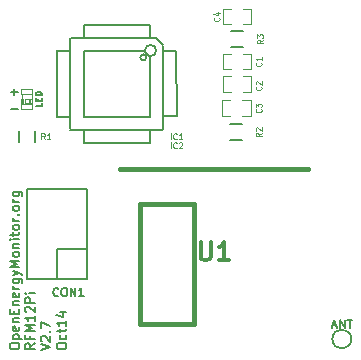
<source format=gbr>
%FSLAX46Y46*%
G04 Gerber Fmt 4.6, Leading zero omitted, Abs format (unit mm)*
G04 Created by KiCad (PCBNEW (2014-jul-16 BZR unknown)-product) date Wed 29 Oct 2014 15:34:50 GMT*
%MOMM*%
G01*
G04 APERTURE LIST*
%ADD10C,0.100000*%
%ADD11C,0.175000*%
%ADD12C,0.200000*%
%ADD13C,0.381000*%
%ADD14C,0.119380*%
%ADD15C,0.066040*%
%ADD16C,0.101600*%
%ADD17C,0.152400*%
%ADD18C,0.127000*%
%ADD19C,0.150000*%
%ADD20C,0.304800*%
%ADD21C,0.114300*%
%ADD22C,0.125000*%
G04 APERTURE END LIST*
D10*
D11*
X139649334Y-102422000D02*
X140182667Y-102422000D01*
X139649334Y-101025000D02*
X140182667Y-101025000D01*
X139916000Y-101291667D02*
X139916000Y-100758333D01*
D12*
X139529905Y-122603143D02*
X139529905Y-122450762D01*
X139568000Y-122374571D01*
X139644190Y-122298381D01*
X139796571Y-122260286D01*
X140063238Y-122260286D01*
X140215619Y-122298381D01*
X140291810Y-122374571D01*
X140329905Y-122450762D01*
X140329905Y-122603143D01*
X140291810Y-122679333D01*
X140215619Y-122755524D01*
X140063238Y-122793619D01*
X139796571Y-122793619D01*
X139644190Y-122755524D01*
X139568000Y-122679333D01*
X139529905Y-122603143D01*
X139796571Y-121917429D02*
X140596571Y-121917429D01*
X139834667Y-121917429D02*
X139796571Y-121841238D01*
X139796571Y-121688857D01*
X139834667Y-121612667D01*
X139872762Y-121574572D01*
X139948952Y-121536476D01*
X140177524Y-121536476D01*
X140253714Y-121574572D01*
X140291810Y-121612667D01*
X140329905Y-121688857D01*
X140329905Y-121841238D01*
X140291810Y-121917429D01*
X140291810Y-120888857D02*
X140329905Y-120965047D01*
X140329905Y-121117428D01*
X140291810Y-121193619D01*
X140215619Y-121231714D01*
X139910857Y-121231714D01*
X139834667Y-121193619D01*
X139796571Y-121117428D01*
X139796571Y-120965047D01*
X139834667Y-120888857D01*
X139910857Y-120850762D01*
X139987048Y-120850762D01*
X140063238Y-121231714D01*
X139796571Y-120507905D02*
X140329905Y-120507905D01*
X139872762Y-120507905D02*
X139834667Y-120469810D01*
X139796571Y-120393619D01*
X139796571Y-120279333D01*
X139834667Y-120203143D01*
X139910857Y-120165048D01*
X140329905Y-120165048D01*
X139910857Y-119784095D02*
X139910857Y-119517428D01*
X140329905Y-119403142D02*
X140329905Y-119784095D01*
X139529905Y-119784095D01*
X139529905Y-119403142D01*
X139796571Y-119060285D02*
X140329905Y-119060285D01*
X139872762Y-119060285D02*
X139834667Y-119022190D01*
X139796571Y-118945999D01*
X139796571Y-118831713D01*
X139834667Y-118755523D01*
X139910857Y-118717428D01*
X140329905Y-118717428D01*
X140291810Y-118031713D02*
X140329905Y-118107903D01*
X140329905Y-118260284D01*
X140291810Y-118336475D01*
X140215619Y-118374570D01*
X139910857Y-118374570D01*
X139834667Y-118336475D01*
X139796571Y-118260284D01*
X139796571Y-118107903D01*
X139834667Y-118031713D01*
X139910857Y-117993618D01*
X139987048Y-117993618D01*
X140063238Y-118374570D01*
X140329905Y-117650761D02*
X139796571Y-117650761D01*
X139948952Y-117650761D02*
X139872762Y-117612666D01*
X139834667Y-117574570D01*
X139796571Y-117498380D01*
X139796571Y-117422189D01*
X139796571Y-116812666D02*
X140444190Y-116812666D01*
X140520381Y-116850761D01*
X140558476Y-116888856D01*
X140596571Y-116965047D01*
X140596571Y-117079332D01*
X140558476Y-117155523D01*
X140291810Y-116812666D02*
X140329905Y-116888856D01*
X140329905Y-117041237D01*
X140291810Y-117117428D01*
X140253714Y-117155523D01*
X140177524Y-117193618D01*
X139948952Y-117193618D01*
X139872762Y-117155523D01*
X139834667Y-117117428D01*
X139796571Y-117041237D01*
X139796571Y-116888856D01*
X139834667Y-116812666D01*
X139796571Y-116507903D02*
X140329905Y-116317427D01*
X139796571Y-116126951D02*
X140329905Y-116317427D01*
X140520381Y-116393618D01*
X140558476Y-116431713D01*
X140596571Y-116507903D01*
X140329905Y-115822189D02*
X139529905Y-115822189D01*
X140101333Y-115555522D01*
X139529905Y-115288855D01*
X140329905Y-115288855D01*
X140329905Y-114793617D02*
X140291810Y-114869808D01*
X140253714Y-114907903D01*
X140177524Y-114945998D01*
X139948952Y-114945998D01*
X139872762Y-114907903D01*
X139834667Y-114869808D01*
X139796571Y-114793617D01*
X139796571Y-114679331D01*
X139834667Y-114603141D01*
X139872762Y-114565046D01*
X139948952Y-114526950D01*
X140177524Y-114526950D01*
X140253714Y-114565046D01*
X140291810Y-114603141D01*
X140329905Y-114679331D01*
X140329905Y-114793617D01*
X139796571Y-114184093D02*
X140329905Y-114184093D01*
X139872762Y-114184093D02*
X139834667Y-114145998D01*
X139796571Y-114069807D01*
X139796571Y-113955521D01*
X139834667Y-113879331D01*
X139910857Y-113841236D01*
X140329905Y-113841236D01*
X140329905Y-113460283D02*
X139796571Y-113460283D01*
X139529905Y-113460283D02*
X139568000Y-113498378D01*
X139606095Y-113460283D01*
X139568000Y-113422188D01*
X139529905Y-113460283D01*
X139606095Y-113460283D01*
X139796571Y-113193617D02*
X139796571Y-112888855D01*
X139529905Y-113079331D02*
X140215619Y-113079331D01*
X140291810Y-113041236D01*
X140329905Y-112965045D01*
X140329905Y-112888855D01*
X140329905Y-112507902D02*
X140291810Y-112584093D01*
X140253714Y-112622188D01*
X140177524Y-112660283D01*
X139948952Y-112660283D01*
X139872762Y-112622188D01*
X139834667Y-112584093D01*
X139796571Y-112507902D01*
X139796571Y-112393616D01*
X139834667Y-112317426D01*
X139872762Y-112279331D01*
X139948952Y-112241235D01*
X140177524Y-112241235D01*
X140253714Y-112279331D01*
X140291810Y-112317426D01*
X140329905Y-112393616D01*
X140329905Y-112507902D01*
X140329905Y-111898378D02*
X139796571Y-111898378D01*
X139948952Y-111898378D02*
X139872762Y-111860283D01*
X139834667Y-111822187D01*
X139796571Y-111745997D01*
X139796571Y-111669806D01*
X140253714Y-111403140D02*
X140291810Y-111365045D01*
X140329905Y-111403140D01*
X140291810Y-111441235D01*
X140253714Y-111403140D01*
X140329905Y-111403140D01*
X140329905Y-110907902D02*
X140291810Y-110984093D01*
X140253714Y-111022188D01*
X140177524Y-111060283D01*
X139948952Y-111060283D01*
X139872762Y-111022188D01*
X139834667Y-110984093D01*
X139796571Y-110907902D01*
X139796571Y-110793616D01*
X139834667Y-110717426D01*
X139872762Y-110679331D01*
X139948952Y-110641235D01*
X140177524Y-110641235D01*
X140253714Y-110679331D01*
X140291810Y-110717426D01*
X140329905Y-110793616D01*
X140329905Y-110907902D01*
X140329905Y-110298378D02*
X139796571Y-110298378D01*
X139948952Y-110298378D02*
X139872762Y-110260283D01*
X139834667Y-110222187D01*
X139796571Y-110145997D01*
X139796571Y-110069806D01*
X139796571Y-109460283D02*
X140444190Y-109460283D01*
X140520381Y-109498378D01*
X140558476Y-109536473D01*
X140596571Y-109612664D01*
X140596571Y-109726949D01*
X140558476Y-109803140D01*
X140291810Y-109460283D02*
X140329905Y-109536473D01*
X140329905Y-109688854D01*
X140291810Y-109765045D01*
X140253714Y-109803140D01*
X140177524Y-109841235D01*
X139948952Y-109841235D01*
X139872762Y-109803140D01*
X139834667Y-109765045D01*
X139796571Y-109688854D01*
X139796571Y-109536473D01*
X139834667Y-109460283D01*
X141649905Y-122298381D02*
X141268952Y-122565048D01*
X141649905Y-122755524D02*
X140849905Y-122755524D01*
X140849905Y-122450762D01*
X140888000Y-122374571D01*
X140926095Y-122336476D01*
X141002286Y-122298381D01*
X141116571Y-122298381D01*
X141192762Y-122336476D01*
X141230857Y-122374571D01*
X141268952Y-122450762D01*
X141268952Y-122755524D01*
X141230857Y-121688857D02*
X141230857Y-121955524D01*
X141649905Y-121955524D02*
X140849905Y-121955524D01*
X140849905Y-121574571D01*
X141649905Y-121269810D02*
X140849905Y-121269810D01*
X141421333Y-121003143D01*
X140849905Y-120736476D01*
X141649905Y-120736476D01*
X141649905Y-119936476D02*
X141649905Y-120393619D01*
X141649905Y-120165048D02*
X140849905Y-120165048D01*
X140964190Y-120241238D01*
X141040381Y-120317429D01*
X141078476Y-120393619D01*
X140926095Y-119631714D02*
X140888000Y-119593619D01*
X140849905Y-119517428D01*
X140849905Y-119326952D01*
X140888000Y-119250762D01*
X140926095Y-119212666D01*
X141002286Y-119174571D01*
X141078476Y-119174571D01*
X141192762Y-119212666D01*
X141649905Y-119669809D01*
X141649905Y-119174571D01*
X141649905Y-118831714D02*
X140849905Y-118831714D01*
X140849905Y-118526952D01*
X140888000Y-118450761D01*
X140926095Y-118412666D01*
X141002286Y-118374571D01*
X141116571Y-118374571D01*
X141192762Y-118412666D01*
X141230857Y-118450761D01*
X141268952Y-118526952D01*
X141268952Y-118831714D01*
X141649905Y-118031714D02*
X141116571Y-118031714D01*
X140849905Y-118031714D02*
X140888000Y-118069809D01*
X140926095Y-118031714D01*
X140888000Y-117993619D01*
X140849905Y-118031714D01*
X140926095Y-118031714D01*
X142169905Y-122869810D02*
X142969905Y-122603143D01*
X142169905Y-122336476D01*
X142246095Y-122107905D02*
X142208000Y-122069810D01*
X142169905Y-121993619D01*
X142169905Y-121803143D01*
X142208000Y-121726953D01*
X142246095Y-121688857D01*
X142322286Y-121650762D01*
X142398476Y-121650762D01*
X142512762Y-121688857D01*
X142969905Y-122146000D01*
X142969905Y-121650762D01*
X142893714Y-121307905D02*
X142931810Y-121269810D01*
X142969905Y-121307905D01*
X142931810Y-121346000D01*
X142893714Y-121307905D01*
X142969905Y-121307905D01*
X142169905Y-121003143D02*
X142169905Y-120469810D01*
X142969905Y-120812667D01*
X143489905Y-122603143D02*
X143489905Y-122450762D01*
X143528000Y-122374571D01*
X143604190Y-122298381D01*
X143756571Y-122260286D01*
X144023238Y-122260286D01*
X144175619Y-122298381D01*
X144251810Y-122374571D01*
X144289905Y-122450762D01*
X144289905Y-122603143D01*
X144251810Y-122679333D01*
X144175619Y-122755524D01*
X144023238Y-122793619D01*
X143756571Y-122793619D01*
X143604190Y-122755524D01*
X143528000Y-122679333D01*
X143489905Y-122603143D01*
X144251810Y-121574572D02*
X144289905Y-121650762D01*
X144289905Y-121803143D01*
X144251810Y-121879334D01*
X144213714Y-121917429D01*
X144137524Y-121955524D01*
X143908952Y-121955524D01*
X143832762Y-121917429D01*
X143794667Y-121879334D01*
X143756571Y-121803143D01*
X143756571Y-121650762D01*
X143794667Y-121574572D01*
X143756571Y-121346001D02*
X143756571Y-121041239D01*
X143489905Y-121231715D02*
X144175619Y-121231715D01*
X144251810Y-121193620D01*
X144289905Y-121117429D01*
X144289905Y-121041239D01*
X144289905Y-120355524D02*
X144289905Y-120812667D01*
X144289905Y-120584096D02*
X143489905Y-120584096D01*
X143604190Y-120660286D01*
X143680381Y-120736477D01*
X143718476Y-120812667D01*
X143756571Y-119669810D02*
X144289905Y-119669810D01*
X143451810Y-119860286D02*
X144023238Y-120050762D01*
X144023238Y-119555524D01*
D13*
X150545800Y-120670320D02*
X150545800Y-110469680D01*
X150545800Y-110469680D02*
X155145740Y-110469680D01*
X155145740Y-110469680D02*
X155145740Y-120670320D01*
X155145740Y-120670320D02*
X150545800Y-120670320D01*
X148894800Y-107520740D02*
X164795200Y-107520740D01*
D14*
X158249620Y-97774760D02*
X157551120Y-97774760D01*
X159250380Y-97774760D02*
X159948880Y-97774760D01*
X158249620Y-99075240D02*
X157551120Y-99075240D01*
X159948880Y-99075240D02*
X159250380Y-99075240D01*
X157551120Y-99060000D02*
X157551120Y-97790000D01*
X159948880Y-97790000D02*
X159948880Y-99060000D01*
X159250380Y-100980240D02*
X159948880Y-100980240D01*
X158249620Y-100980240D02*
X157551120Y-100980240D01*
X159250380Y-99679760D02*
X159948880Y-99679760D01*
X157551120Y-99679760D02*
X158249620Y-99679760D01*
X159948880Y-99695000D02*
X159948880Y-100965000D01*
X157551120Y-100965000D02*
X157551120Y-99695000D01*
X159212380Y-103022240D02*
X159910880Y-103022240D01*
X158211620Y-103022240D02*
X157513120Y-103022240D01*
X159212380Y-101721760D02*
X159910880Y-101721760D01*
X157513120Y-101721760D02*
X158211620Y-101721760D01*
X159910880Y-101737000D02*
X159910880Y-103007000D01*
X157513120Y-103007000D02*
X157513120Y-101737000D01*
X159250380Y-95265240D02*
X159948880Y-95265240D01*
X158249620Y-95265240D02*
X157551120Y-95265240D01*
X159250380Y-93964760D02*
X159948880Y-93964760D01*
X157551120Y-93964760D02*
X158249620Y-93964760D01*
X159948880Y-93980000D02*
X159948880Y-95250000D01*
X157551120Y-95250000D02*
X157551120Y-93980000D01*
D15*
X141419580Y-102049580D02*
X140520420Y-102049580D01*
X140520420Y-102049580D02*
X140520420Y-102448360D01*
X141419580Y-102448360D02*
X140520420Y-102448360D01*
X141419580Y-102049580D02*
X141419580Y-102448360D01*
X141419580Y-100751640D02*
X140520420Y-100751640D01*
X140520420Y-100751640D02*
X140520420Y-101150420D01*
X141419580Y-101150420D02*
X140520420Y-101150420D01*
X141419580Y-100751640D02*
X141419580Y-101150420D01*
X141419580Y-101600000D02*
X141269720Y-101600000D01*
X141269720Y-101600000D02*
X141269720Y-101899720D01*
X141419580Y-101899720D02*
X141269720Y-101899720D01*
X141419580Y-101600000D02*
X141419580Y-101899720D01*
X140670280Y-101600000D02*
X140520420Y-101600000D01*
X140520420Y-101600000D02*
X140520420Y-101899720D01*
X140670280Y-101899720D02*
X140520420Y-101899720D01*
X140670280Y-101600000D02*
X140670280Y-101899720D01*
X141119860Y-101600000D02*
X140820140Y-101600000D01*
X140820140Y-101600000D02*
X140820140Y-101899720D01*
X141119860Y-101899720D02*
X140820140Y-101899720D01*
X141119860Y-101600000D02*
X141119860Y-101899720D01*
D16*
X141368780Y-102049580D02*
X141368780Y-101150420D01*
X140571220Y-102049580D02*
X140571220Y-101150420D01*
D17*
X145821400Y-105359200D02*
X145821400Y-104216200D01*
X151358600Y-105359200D02*
X151358600Y-104241600D01*
X145821400Y-105359200D02*
X151358600Y-105359200D01*
X144627600Y-103124000D02*
X143535400Y-103124000D01*
X144602200Y-97510600D02*
X143535400Y-97510600D01*
X143535400Y-97485200D02*
X143510000Y-103124000D01*
X153619200Y-97536000D02*
X153644600Y-103047800D01*
X151866600Y-96443800D02*
X144678400Y-96443800D01*
X153619200Y-103073200D02*
X152577800Y-103073200D01*
X152476200Y-97078800D02*
X152476200Y-104140000D01*
X144653000Y-104190800D02*
X152374600Y-104190800D01*
X144653000Y-96443800D02*
X144653000Y-104063800D01*
X151434800Y-95300800D02*
X145796000Y-95300800D01*
X145796000Y-95300800D02*
X145796000Y-96443800D01*
X151892000Y-96453960D02*
X152476200Y-97038160D01*
X151434800Y-95305880D02*
X151434800Y-96453960D01*
X152476200Y-97536000D02*
X153624280Y-97536000D01*
X151929286Y-97490280D02*
G75*
G03X151929286Y-97490280I-479246J0D01*
G01*
D18*
X145796000Y-103124000D02*
X145796000Y-97536000D01*
X145796000Y-97536000D02*
X145923000Y-97536000D01*
X151384000Y-98044000D02*
X151384000Y-103124000D01*
X151384000Y-103124000D02*
X145796000Y-103124000D01*
X145923000Y-97536000D02*
X150876000Y-97536000D01*
X150876000Y-97536000D02*
X151384000Y-98044000D01*
D17*
X151094440Y-98077020D02*
G75*
G03X151094440Y-98077020I-251460J0D01*
G01*
D19*
X140295000Y-105275000D02*
X140295000Y-104275000D01*
X141645000Y-104275000D02*
X141645000Y-105275000D01*
X159212000Y-105079000D02*
X158212000Y-105079000D01*
X158212000Y-103729000D02*
X159212000Y-103729000D01*
X159250000Y-97195000D02*
X158250000Y-97195000D01*
X158250000Y-95845000D02*
X159250000Y-95845000D01*
X143510000Y-116840000D02*
X143510000Y-114300000D01*
X143510000Y-114300000D02*
X146050000Y-114300000D01*
X146050000Y-116840000D02*
X146050000Y-109220000D01*
X146050000Y-109220000D02*
X140970000Y-109220000D01*
X140970000Y-109220000D02*
X140970000Y-114300000D01*
X146050000Y-116840000D02*
X143510000Y-116840000D01*
X140970000Y-116840000D02*
X143510000Y-116840000D01*
X140970000Y-114300000D02*
X140970000Y-116840000D01*
D18*
X168443219Y-121920000D02*
G75*
G03X168443219Y-121920000I-803219J0D01*
G01*
D20*
X155683857Y-113734669D02*
X155683857Y-114968383D01*
X155756429Y-115113526D01*
X155829000Y-115186097D01*
X155974143Y-115258669D01*
X156264429Y-115258669D01*
X156409571Y-115186097D01*
X156482143Y-115113526D01*
X156554714Y-114968383D01*
X156554714Y-113734669D01*
X158078714Y-115258669D02*
X157207857Y-115258669D01*
X157643285Y-115258669D02*
X157643285Y-113734669D01*
X157498142Y-113952383D01*
X157353000Y-114097526D01*
X157207857Y-114170097D01*
D21*
X160798429Y-98511200D02*
X160822619Y-98532971D01*
X160846810Y-98598285D01*
X160846810Y-98641828D01*
X160822619Y-98707143D01*
X160774238Y-98750685D01*
X160725857Y-98772457D01*
X160629095Y-98794228D01*
X160556524Y-98794228D01*
X160459762Y-98772457D01*
X160411381Y-98750685D01*
X160363000Y-98707143D01*
X160338810Y-98641828D01*
X160338810Y-98598285D01*
X160363000Y-98532971D01*
X160387190Y-98511200D01*
X160846810Y-98075771D02*
X160846810Y-98337028D01*
X160846810Y-98206400D02*
X160338810Y-98206400D01*
X160411381Y-98249943D01*
X160459762Y-98293485D01*
X160483952Y-98337028D01*
X160798429Y-100543200D02*
X160822619Y-100564971D01*
X160846810Y-100630285D01*
X160846810Y-100673828D01*
X160822619Y-100739143D01*
X160774238Y-100782685D01*
X160725857Y-100804457D01*
X160629095Y-100826228D01*
X160556524Y-100826228D01*
X160459762Y-100804457D01*
X160411381Y-100782685D01*
X160363000Y-100739143D01*
X160338810Y-100673828D01*
X160338810Y-100630285D01*
X160363000Y-100564971D01*
X160387190Y-100543200D01*
X160387190Y-100369028D02*
X160363000Y-100347257D01*
X160338810Y-100303714D01*
X160338810Y-100194857D01*
X160363000Y-100151314D01*
X160387190Y-100129543D01*
X160435571Y-100107771D01*
X160483952Y-100107771D01*
X160556524Y-100129543D01*
X160846810Y-100390800D01*
X160846810Y-100107771D01*
X160798429Y-102448200D02*
X160822619Y-102469971D01*
X160846810Y-102535285D01*
X160846810Y-102578828D01*
X160822619Y-102644143D01*
X160774238Y-102687685D01*
X160725857Y-102709457D01*
X160629095Y-102731228D01*
X160556524Y-102731228D01*
X160459762Y-102709457D01*
X160411381Y-102687685D01*
X160363000Y-102644143D01*
X160338810Y-102578828D01*
X160338810Y-102535285D01*
X160363000Y-102469971D01*
X160387190Y-102448200D01*
X160338810Y-102295800D02*
X160338810Y-102012771D01*
X160532333Y-102165171D01*
X160532333Y-102099857D01*
X160556524Y-102056314D01*
X160580714Y-102034543D01*
X160629095Y-102012771D01*
X160750048Y-102012771D01*
X160798429Y-102034543D01*
X160822619Y-102056314D01*
X160846810Y-102099857D01*
X160846810Y-102230485D01*
X160822619Y-102274028D01*
X160798429Y-102295800D01*
X157242429Y-94701200D02*
X157266619Y-94722971D01*
X157290810Y-94788285D01*
X157290810Y-94831828D01*
X157266619Y-94897143D01*
X157218238Y-94940685D01*
X157169857Y-94962457D01*
X157073095Y-94984228D01*
X157000524Y-94984228D01*
X156903762Y-94962457D01*
X156855381Y-94940685D01*
X156807000Y-94897143D01*
X156782810Y-94831828D01*
X156782810Y-94788285D01*
X156807000Y-94722971D01*
X156831190Y-94701200D01*
X156952143Y-94309314D02*
X157290810Y-94309314D01*
X156758619Y-94418171D02*
X157121476Y-94527028D01*
X157121476Y-94244000D01*
D18*
X142215810Y-101926571D02*
X142215810Y-102168476D01*
X141707810Y-102168476D01*
X141949714Y-101757238D02*
X141949714Y-101587904D01*
X142215810Y-101515333D02*
X142215810Y-101757238D01*
X141707810Y-101757238D01*
X141707810Y-101515333D01*
X142215810Y-101297619D02*
X141707810Y-101297619D01*
X141707810Y-101176666D01*
X141732000Y-101104095D01*
X141780381Y-101055714D01*
X141828762Y-101031523D01*
X141925524Y-101007333D01*
X141998095Y-101007333D01*
X142094857Y-101031523D01*
X142143238Y-101055714D01*
X142191619Y-101104095D01*
X142215810Y-101176666D01*
X142215810Y-101297619D01*
D22*
X153143906Y-105011190D02*
X153143906Y-104511190D01*
X153667715Y-104963571D02*
X153643905Y-104987381D01*
X153572477Y-105011190D01*
X153524858Y-105011190D01*
X153453429Y-104987381D01*
X153405810Y-104939762D01*
X153382001Y-104892143D01*
X153358191Y-104796905D01*
X153358191Y-104725476D01*
X153382001Y-104630238D01*
X153405810Y-104582619D01*
X153453429Y-104535000D01*
X153524858Y-104511190D01*
X153572477Y-104511190D01*
X153643905Y-104535000D01*
X153667715Y-104558810D01*
X154143905Y-105011190D02*
X153858191Y-105011190D01*
X154001048Y-105011190D02*
X154001048Y-104511190D01*
X153953429Y-104582619D01*
X153905810Y-104630238D01*
X153858191Y-104654048D01*
X153143906Y-105773190D02*
X153143906Y-105273190D01*
X153667715Y-105725571D02*
X153643905Y-105749381D01*
X153572477Y-105773190D01*
X153524858Y-105773190D01*
X153453429Y-105749381D01*
X153405810Y-105701762D01*
X153382001Y-105654143D01*
X153358191Y-105558905D01*
X153358191Y-105487476D01*
X153382001Y-105392238D01*
X153405810Y-105344619D01*
X153453429Y-105297000D01*
X153524858Y-105273190D01*
X153572477Y-105273190D01*
X153643905Y-105297000D01*
X153667715Y-105320810D01*
X153858191Y-105320810D02*
X153882001Y-105297000D01*
X153929620Y-105273190D01*
X154048667Y-105273190D01*
X154096286Y-105297000D01*
X154120096Y-105320810D01*
X154143905Y-105368429D01*
X154143905Y-105416048D01*
X154120096Y-105487476D01*
X153834382Y-105773190D01*
X154143905Y-105773190D01*
X142499667Y-105011190D02*
X142333000Y-104773095D01*
X142213953Y-105011190D02*
X142213953Y-104511190D01*
X142404429Y-104511190D01*
X142452048Y-104535000D01*
X142475857Y-104558810D01*
X142499667Y-104606429D01*
X142499667Y-104677857D01*
X142475857Y-104725476D01*
X142452048Y-104749286D01*
X142404429Y-104773095D01*
X142213953Y-104773095D01*
X142975857Y-105011190D02*
X142690143Y-105011190D01*
X142833000Y-105011190D02*
X142833000Y-104511190D01*
X142785381Y-104582619D01*
X142737762Y-104630238D01*
X142690143Y-104654048D01*
X160843190Y-104487333D02*
X160605095Y-104654000D01*
X160843190Y-104773047D02*
X160343190Y-104773047D01*
X160343190Y-104582571D01*
X160367000Y-104534952D01*
X160390810Y-104511143D01*
X160438429Y-104487333D01*
X160509857Y-104487333D01*
X160557476Y-104511143D01*
X160581286Y-104534952D01*
X160605095Y-104582571D01*
X160605095Y-104773047D01*
X160390810Y-104296857D02*
X160367000Y-104273047D01*
X160343190Y-104225428D01*
X160343190Y-104106381D01*
X160367000Y-104058762D01*
X160390810Y-104034952D01*
X160438429Y-104011143D01*
X160486048Y-104011143D01*
X160557476Y-104034952D01*
X160843190Y-104320666D01*
X160843190Y-104011143D01*
X160970190Y-96613333D02*
X160732095Y-96780000D01*
X160970190Y-96899047D02*
X160470190Y-96899047D01*
X160470190Y-96708571D01*
X160494000Y-96660952D01*
X160517810Y-96637143D01*
X160565429Y-96613333D01*
X160636857Y-96613333D01*
X160684476Y-96637143D01*
X160708286Y-96660952D01*
X160732095Y-96708571D01*
X160732095Y-96899047D01*
X160470190Y-96446666D02*
X160470190Y-96137143D01*
X160660667Y-96303809D01*
X160660667Y-96232381D01*
X160684476Y-96184762D01*
X160708286Y-96160952D01*
X160755905Y-96137143D01*
X160874952Y-96137143D01*
X160922571Y-96160952D01*
X160946381Y-96184762D01*
X160970190Y-96232381D01*
X160970190Y-96375238D01*
X160946381Y-96422857D01*
X160922571Y-96446666D01*
D11*
X143638001Y-118243000D02*
X143604667Y-118276333D01*
X143504667Y-118309667D01*
X143438001Y-118309667D01*
X143338001Y-118276333D01*
X143271334Y-118209667D01*
X143238001Y-118143000D01*
X143204667Y-118009667D01*
X143204667Y-117909667D01*
X143238001Y-117776333D01*
X143271334Y-117709667D01*
X143338001Y-117643000D01*
X143438001Y-117609667D01*
X143504667Y-117609667D01*
X143604667Y-117643000D01*
X143638001Y-117676333D01*
X144071334Y-117609667D02*
X144204667Y-117609667D01*
X144271334Y-117643000D01*
X144338001Y-117709667D01*
X144371334Y-117843000D01*
X144371334Y-118076333D01*
X144338001Y-118209667D01*
X144271334Y-118276333D01*
X144204667Y-118309667D01*
X144071334Y-118309667D01*
X144004667Y-118276333D01*
X143938001Y-118209667D01*
X143904667Y-118076333D01*
X143904667Y-117843000D01*
X143938001Y-117709667D01*
X144004667Y-117643000D01*
X144071334Y-117609667D01*
X144671334Y-118309667D02*
X144671334Y-117609667D01*
X145071334Y-118309667D01*
X145071334Y-117609667D01*
X145771333Y-118309667D02*
X145371333Y-118309667D01*
X145571333Y-118309667D02*
X145571333Y-117609667D01*
X145504667Y-117709667D01*
X145438000Y-117776333D01*
X145371333Y-117809667D01*
D18*
X166840000Y-120769207D02*
X167173334Y-120769207D01*
X166773334Y-120969207D02*
X167006667Y-120269207D01*
X167240000Y-120969207D01*
X167473334Y-120969207D02*
X167473334Y-120269207D01*
X167873334Y-120969207D01*
X167873334Y-120269207D01*
X168106667Y-120269207D02*
X168506667Y-120269207D01*
X168306667Y-120969207D02*
X168306667Y-120269207D01*
M02*

</source>
